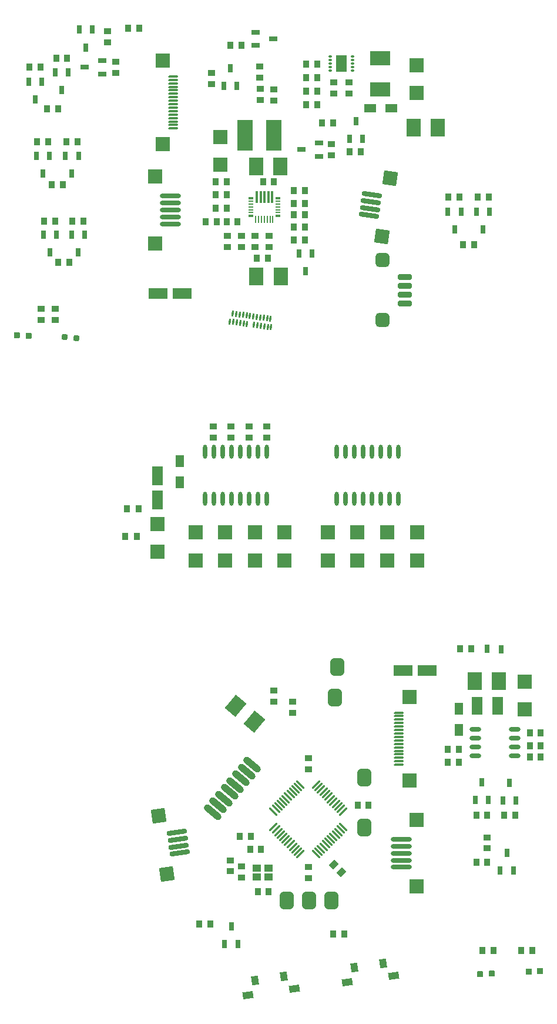
<source format=gbp>
G04 Layer_Color=128*
%FSLAX44Y44*%
%MOMM*%
G71*
G01*
G75*
%ADD10R,1.1000X0.9000*%
%ADD11R,0.9000X1.1000*%
%ADD14R,2.0000X2.5000*%
G04:AMPARAMS|DCode=18|XSize=0.3mm|YSize=1.7mm|CornerRadius=0mm|HoleSize=0mm|Usage=FLASHONLY|Rotation=135.000|XOffset=0mm|YOffset=0mm|HoleType=Round|Shape=Round|*
%AMOVALD18*
21,1,1.4000,0.3000,0.0000,0.0000,225.0*
1,1,0.3000,0.4950,0.4950*
1,1,0.3000,-0.4950,-0.4950*
%
%ADD18OVALD18*%

G04:AMPARAMS|DCode=19|XSize=0.3mm|YSize=1.7mm|CornerRadius=0mm|HoleSize=0mm|Usage=FLASHONLY|Rotation=45.000|XOffset=0mm|YOffset=0mm|HoleType=Round|Shape=Round|*
%AMOVALD19*
21,1,1.4000,0.3000,0.0000,0.0000,135.0*
1,1,0.3000,0.4950,-0.4950*
1,1,0.3000,-0.4950,0.4950*
%
%ADD19OVALD19*%

%ADD21R,0.7500X1.1500*%
%ADD22R,2.7500X1.5500*%
%ADD49R,1.3000X1.7000*%
%ADD50R,2.1500X2.1000*%
%ADD51R,1.5500X2.7500*%
%ADD52O,0.6000X2.0000*%
%ADD54P,1.1314X4X311.0*%
%ADD55P,1.1314X4X312.0*%
%ADD56R,2.2500X4.4000*%
%ADD57O,1.5240X0.3000*%
%ADD58R,2.0000X2.0000*%
G04:AMPARAMS|DCode=59|XSize=0.8mm|YSize=0.3mm|CornerRadius=0mm|HoleSize=0mm|Usage=FLASHONLY|Rotation=82.000|XOffset=0mm|YOffset=0mm|HoleType=Round|Shape=Rectangle|*
%AMROTATEDRECTD59*
4,1,4,0.0929,-0.4170,-0.2042,-0.3752,-0.0929,0.4170,0.2042,0.3752,0.0929,-0.4170,0.0*
%
%ADD59ROTATEDRECTD59*%

%ADD60R,1.1500X0.7500*%
%ADD61R,3.0000X2.0000*%
%ADD62R,1.5900X2.4000*%
%ADD63O,0.6500X0.3500*%
%ADD64R,0.3000X1.8000*%
%ADD65R,0.7000X0.2000*%
%ADD66R,0.7000X0.3000*%
%ADD67R,0.2000X1.0500*%
%ADD68R,1.7000X1.3000*%
G04:AMPARAMS|DCode=69|XSize=0.8mm|YSize=2mm|CornerRadius=0.2mm|HoleSize=0mm|Usage=FLASHONLY|Rotation=90.000|XOffset=0mm|YOffset=0mm|HoleType=Round|Shape=RoundedRectangle|*
%AMROUNDEDRECTD69*
21,1,0.8000,1.6000,0,0,90.0*
21,1,0.4000,2.0000,0,0,90.0*
1,1,0.4000,0.8000,0.2000*
1,1,0.4000,0.8000,-0.2000*
1,1,0.4000,-0.8000,-0.2000*
1,1,0.4000,-0.8000,0.2000*
%
%ADD69ROUNDEDRECTD69*%
G04:AMPARAMS|DCode=70|XSize=2mm|YSize=2mm|CornerRadius=0.5mm|HoleSize=0mm|Usage=FLASHONLY|Rotation=90.000|XOffset=0mm|YOffset=0mm|HoleType=Round|Shape=RoundedRectangle|*
%AMROUNDEDRECTD70*
21,1,2.0000,1.0000,0,0,90.0*
21,1,1.0000,2.0000,0,0,90.0*
1,1,1.0000,0.5000,0.5000*
1,1,1.0000,0.5000,-0.5000*
1,1,1.0000,-0.5000,-0.5000*
1,1,1.0000,-0.5000,0.5000*
%
%ADD70ROUNDEDRECTD70*%
%ADD71O,3.0000X0.7000*%
G04:AMPARAMS|DCode=72|XSize=0.7mm|YSize=3mm|CornerRadius=0mm|HoleSize=0mm|Usage=FLASHONLY|Rotation=262.000|XOffset=0mm|YOffset=0mm|HoleType=Round|Shape=Round|*
%AMOVALD72*
21,1,2.3000,0.7000,0.0000,0.0000,352.0*
1,1,0.7000,-1.1388,0.1600*
1,1,0.7000,1.1388,-0.1600*
%
%ADD72OVALD72*%

%ADD73P,2.8284X4X307.0*%
G04:AMPARAMS|DCode=77|XSize=2mm|YSize=2.5mm|CornerRadius=0mm|HoleSize=0mm|Usage=FLASHONLY|Rotation=140.000|XOffset=0mm|YOffset=0mm|HoleType=Round|Shape=Rectangle|*
%AMROTATEDRECTD77*
4,1,4,1.5695,0.3148,-0.0374,-1.6003,-1.5695,-0.3148,0.0374,1.6003,1.5695,0.3148,0.0*
%
%ADD77ROTATEDRECTD77*%

%ADD78O,1.7000X0.6000*%
%ADD79R,0.8000X1.2700*%
%ADD80R,1.5000X2.5000*%
G04:AMPARAMS|DCode=81|XSize=1mm|YSize=3mm|CornerRadius=0mm|HoleSize=0mm|Usage=FLASHONLY|Rotation=230.000|XOffset=0mm|YOffset=0mm|HoleType=Round|Shape=Round|*
%AMOVALD81*
21,1,2.0000,1.0000,0.0000,0.0000,320.0*
1,1,1.0000,-0.7660,0.6428*
1,1,1.0000,0.7660,-0.6428*
%
%ADD81OVALD81*%

G04:AMPARAMS|DCode=82|XSize=1mm|YSize=1.27mm|CornerRadius=0mm|HoleSize=0mm|Usage=FLASHONLY|Rotation=188.000|XOffset=0mm|YOffset=0mm|HoleType=Round|Shape=Rectangle|*
%AMROTATEDRECTD82*
4,1,4,0.4068,0.6984,0.5835,-0.5592,-0.4068,-0.6984,-0.5835,0.5592,0.4068,0.6984,0.0*
%
%ADD82ROTATEDRECTD82*%

G04:AMPARAMS|DCode=83|XSize=1mm|YSize=1.5mm|CornerRadius=0mm|HoleSize=0mm|Usage=FLASHONLY|Rotation=98.000|XOffset=0mm|YOffset=0mm|HoleType=Round|Shape=Rectangle|*
%AMROTATEDRECTD83*
4,1,4,0.8123,-0.3908,-0.6731,-0.5995,-0.8123,0.3908,0.6731,0.5995,0.8123,-0.3908,0.0*
%
%ADD83ROTATEDRECTD83*%

%ADD84R,1.2000X1.0000*%
G04:AMPARAMS|DCode=85|XSize=1.1mm|YSize=0.9mm|CornerRadius=0mm|HoleSize=0mm|Usage=FLASHONLY|Rotation=225.000|XOffset=0mm|YOffset=0mm|HoleType=Round|Shape=Rectangle|*
%AMROTATEDRECTD85*
4,1,4,0.0707,0.7071,0.7071,0.0707,-0.0707,-0.7071,-0.7071,-0.0707,0.0707,0.7071,0.0*
%
%ADD85ROTATEDRECTD85*%

G04:AMPARAMS|DCode=86|XSize=2mm|YSize=2.5mm|CornerRadius=0.5mm|HoleSize=0mm|Usage=FLASHONLY|Rotation=180.000|XOffset=0mm|YOffset=0mm|HoleType=Round|Shape=RoundedRectangle|*
%AMROUNDEDRECTD86*
21,1,2.0000,1.5000,0,0,180.0*
21,1,1.0000,2.5000,0,0,180.0*
1,1,1.0000,-0.5000,0.7500*
1,1,1.0000,0.5000,0.7500*
1,1,1.0000,0.5000,-0.7500*
1,1,1.0000,-0.5000,-0.7500*
%
%ADD86ROUNDEDRECTD86*%
%ADD87P,1.1314X4X137.0*%
%ADD88P,1.1314X4X138.0*%
G04:AMPARAMS|DCode=89|XSize=0.7mm|YSize=3mm|CornerRadius=0mm|HoleSize=0mm|Usage=FLASHONLY|Rotation=98.000|XOffset=0mm|YOffset=0mm|HoleType=Round|Shape=Round|*
%AMOVALD89*
21,1,2.3000,0.7000,0.0000,0.0000,188.0*
1,1,0.7000,1.1388,0.1600*
1,1,0.7000,-1.1388,-0.1600*
%
%ADD89OVALD89*%

%ADD90P,2.8284X4X143.0*%
D10*
X391827Y862007D02*
D03*
Y878007D02*
D03*
X416827Y862007D02*
D03*
Y878007D02*
D03*
X365827Y862007D02*
D03*
Y878007D02*
D03*
X339827Y862007D02*
D03*
Y878007D02*
D03*
X406847Y1379926D02*
D03*
X406847Y1395926D02*
D03*
X407347Y1347426D02*
D03*
Y1363426D02*
D03*
X337097Y1386676D02*
D03*
Y1370676D02*
D03*
X427097Y1347176D02*
D03*
Y1363176D02*
D03*
X510347Y1267926D02*
D03*
Y1283926D02*
D03*
X360347Y1136176D02*
D03*
Y1152176D02*
D03*
X112097Y1047176D02*
D03*
Y1031176D02*
D03*
X91847Y1047176D02*
D03*
Y1031176D02*
D03*
X380347Y1152176D02*
D03*
Y1136176D02*
D03*
X420347Y1152176D02*
D03*
Y1136176D02*
D03*
X400347Y1152176D02*
D03*
Y1136176D02*
D03*
X535347Y1356926D02*
D03*
Y1372926D02*
D03*
X513347D02*
D03*
Y1356926D02*
D03*
X187847Y1446426D02*
D03*
Y1430426D02*
D03*
X199097Y1402676D02*
D03*
Y1386676D02*
D03*
X364967Y237288D02*
D03*
Y253288D02*
D03*
X426967Y497288D02*
D03*
Y481288D02*
D03*
X734967Y286288D02*
D03*
Y270288D02*
D03*
X380967Y228288D02*
D03*
Y244288D02*
D03*
X476967Y227288D02*
D03*
Y243288D02*
D03*
Y400288D02*
D03*
Y384288D02*
D03*
X453967Y481288D02*
D03*
Y465288D02*
D03*
D11*
X232838Y759506D02*
D03*
X215317D02*
D03*
X230338Y719506D02*
D03*
X212817D02*
D03*
X101847Y1287676D02*
D03*
X85847D02*
D03*
X474097Y1341176D02*
D03*
X490097D02*
D03*
X474097Y1379676D02*
D03*
X490097D02*
D03*
X737097Y1207926D02*
D03*
X721097D02*
D03*
X695097D02*
D03*
X679097D02*
D03*
X700097Y1139676D02*
D03*
X716097D02*
D03*
X490097Y1360426D02*
D03*
X474097D02*
D03*
X490097Y1399176D02*
D03*
X474097D02*
D03*
X364597Y1426426D02*
D03*
X380597D02*
D03*
X536847Y1273426D02*
D03*
X552847D02*
D03*
X512347Y1314926D02*
D03*
X496347D02*
D03*
X129597Y1407676D02*
D03*
X113597D02*
D03*
X91347Y1395426D02*
D03*
X75347D02*
D03*
X100097Y1335176D02*
D03*
X116097D02*
D03*
X359097Y1191926D02*
D03*
X343097D02*
D03*
X153097Y1172926D02*
D03*
X137097D02*
D03*
X375097Y1172676D02*
D03*
X359097D02*
D03*
X112597Y1172926D02*
D03*
X96597D02*
D03*
X116347Y1113926D02*
D03*
X132347D02*
D03*
X343097Y1229926D02*
D03*
X359097D02*
D03*
Y1210926D02*
D03*
X343097D02*
D03*
X472097Y1146176D02*
D03*
X456097D02*
D03*
Y1164926D02*
D03*
X472097D02*
D03*
X144097Y1287676D02*
D03*
X128097D02*
D03*
X123597Y1225676D02*
D03*
X107597Y1225675D02*
D03*
X328847Y1172676D02*
D03*
X344847D02*
D03*
X472097Y1198926D02*
D03*
X456097D02*
D03*
X472097Y1182426D02*
D03*
X456097D02*
D03*
X418847Y1119926D02*
D03*
X402847D02*
D03*
X427597Y1230176D02*
D03*
X411597D02*
D03*
X456097Y1217176D02*
D03*
X472097D02*
D03*
X217097Y1451176D02*
D03*
X233097D02*
D03*
X695967Y557288D02*
D03*
X711967D02*
D03*
X799635Y123620D02*
D03*
X783635D02*
D03*
X727967Y123288D02*
D03*
X743967D02*
D03*
X718967Y250288D02*
D03*
X734967D02*
D03*
X718967Y318288D02*
D03*
X734967D02*
D03*
X758967D02*
D03*
X774967D02*
D03*
X795967Y436288D02*
D03*
X811967D02*
D03*
X811967Y418288D02*
D03*
X795967D02*
D03*
X811967Y402288D02*
D03*
X795967D02*
D03*
X319967Y161288D02*
D03*
X335967D02*
D03*
X693967Y413288D02*
D03*
X677967D02*
D03*
X677967Y394288D02*
D03*
X693967D02*
D03*
X392967Y269288D02*
D03*
X408967D02*
D03*
X563967Y332288D02*
D03*
X547967D02*
D03*
X403967Y208288D02*
D03*
X419967D02*
D03*
X377967Y287288D02*
D03*
X393967D02*
D03*
X528967Y147288D02*
D03*
X512967D02*
D03*
D14*
X437096Y1093426D02*
D03*
X402097Y1093426D02*
D03*
X628346Y1307927D02*
D03*
X663345Y1307926D02*
D03*
X436847Y1251675D02*
D03*
X401848D02*
D03*
X751467Y511287D02*
D03*
X716468Y511287D02*
D03*
D18*
X527171Y323602D02*
D03*
X523636Y327138D02*
D03*
X520100Y330673D02*
D03*
X516565Y334209D02*
D03*
X513029Y337744D02*
D03*
X509494Y341280D02*
D03*
X505958Y344815D02*
D03*
X502423Y348351D02*
D03*
X498887Y351886D02*
D03*
X495351Y355422D02*
D03*
X491816Y358957D02*
D03*
X488280Y362493D02*
D03*
X426762Y300975D02*
D03*
X430298Y297439D02*
D03*
X433833Y293904D02*
D03*
X437369Y290368D02*
D03*
X440904Y286833D02*
D03*
X444440Y283297D02*
D03*
X447975Y279761D02*
D03*
X451511Y276226D02*
D03*
X455047Y272690D02*
D03*
X458582Y269155D02*
D03*
X462118Y265619D02*
D03*
X465653Y262084D02*
D03*
D19*
X488280D02*
D03*
X491816Y265619D02*
D03*
X495351Y269155D02*
D03*
X498887Y272690D02*
D03*
X502423Y276226D02*
D03*
X505958Y279761D02*
D03*
X509494Y283297D02*
D03*
X513029Y286833D02*
D03*
X516565Y290368D02*
D03*
X520100Y293904D02*
D03*
X523636Y297439D02*
D03*
X527171Y300975D02*
D03*
X465653Y362493D02*
D03*
X462118Y358957D02*
D03*
X458582Y355422D02*
D03*
X455046Y351886D02*
D03*
X451511Y348351D02*
D03*
X447975Y344815D02*
D03*
X444440Y341280D02*
D03*
X440904Y337744D02*
D03*
X437369Y334209D02*
D03*
X433833Y330673D02*
D03*
X430298Y327138D02*
D03*
X426762Y323602D02*
D03*
D21*
X73847Y1373676D02*
D03*
X92847D02*
D03*
X83347Y1348176D02*
D03*
X95097Y1153676D02*
D03*
X114097D02*
D03*
X104597Y1128176D02*
D03*
X555347Y1291426D02*
D03*
X536347D02*
D03*
X545847Y1316926D02*
D03*
X719097Y1187176D02*
D03*
X738097D02*
D03*
X728597Y1161676D02*
D03*
X678097Y1187176D02*
D03*
X697097D02*
D03*
X687597Y1161676D02*
D03*
X374097Y1367676D02*
D03*
X355097D02*
D03*
X364597Y1393176D02*
D03*
X112097Y1387426D02*
D03*
X131097D02*
D03*
X121597Y1361926D02*
D03*
X135847Y1153676D02*
D03*
X154847D02*
D03*
X145347Y1128176D02*
D03*
X463597Y1126426D02*
D03*
X482597D02*
D03*
X473097Y1100926D02*
D03*
X85097Y1266926D02*
D03*
X104097D02*
D03*
X94597Y1241426D02*
D03*
X126847Y1266926D02*
D03*
X145847D02*
D03*
X136347Y1241426D02*
D03*
X156347Y1423426D02*
D03*
X165847Y1448926D02*
D03*
X146847D02*
D03*
X772467Y238538D02*
D03*
X753467D02*
D03*
X762967Y264038D02*
D03*
X776467Y339538D02*
D03*
X757467D02*
D03*
X766967Y365038D02*
D03*
X736467Y339788D02*
D03*
X717467D02*
D03*
X726967Y365288D02*
D03*
X375467Y132788D02*
D03*
X356467D02*
D03*
X365967Y158288D02*
D03*
D22*
X260847Y1069176D02*
D03*
X295347D02*
D03*
X613717Y526288D02*
D03*
X648217D02*
D03*
D49*
X291827Y797007D02*
D03*
Y827487D02*
D03*
X693967Y471768D02*
D03*
Y441288D02*
D03*
D50*
X259327Y697007D02*
D03*
Y737007D02*
D03*
X504827Y685007D02*
D03*
Y725007D02*
D03*
X547827Y685007D02*
D03*
Y725007D02*
D03*
X633827Y685007D02*
D03*
Y725007D02*
D03*
X590827Y685007D02*
D03*
Y725007D02*
D03*
X399827Y685007D02*
D03*
Y725007D02*
D03*
X314827Y685007D02*
D03*
Y725007D02*
D03*
X442327Y685007D02*
D03*
Y725007D02*
D03*
X357327Y685007D02*
D03*
Y725007D02*
D03*
X349847Y1294426D02*
D03*
X349847Y1254426D02*
D03*
X632597Y1357926D02*
D03*
X632597Y1397926D02*
D03*
X788967Y470288D02*
D03*
Y510288D02*
D03*
D51*
X259327Y772257D02*
D03*
Y806757D02*
D03*
D52*
X327877Y841507D02*
D03*
X340577D02*
D03*
X353277Y841507D02*
D03*
X365977Y841507D02*
D03*
X378677D02*
D03*
X391377Y841507D02*
D03*
X404077Y841507D02*
D03*
X416777D02*
D03*
X327877Y773507D02*
D03*
X340577Y773507D02*
D03*
X353277Y773507D02*
D03*
X365977D02*
D03*
X378677D02*
D03*
X391377D02*
D03*
X404077Y773507D02*
D03*
X416777Y773507D02*
D03*
X517877Y841507D02*
D03*
X530577Y841507D02*
D03*
X543277Y841507D02*
D03*
X555977Y841507D02*
D03*
X568677Y841507D02*
D03*
X581377D02*
D03*
X594077Y841507D02*
D03*
X606777Y841507D02*
D03*
X517877Y773507D02*
D03*
X530577Y773507D02*
D03*
X543277Y773507D02*
D03*
X555977D02*
D03*
X568677D02*
D03*
X581377D02*
D03*
X594077Y773507D02*
D03*
X606777Y773507D02*
D03*
D54*
X126137Y1006077D02*
D03*
X142597Y1004926D02*
D03*
D55*
X57473Y1008877D02*
D03*
X73951Y1008014D02*
D03*
D56*
X426847Y1296926D02*
D03*
X385347D02*
D03*
D57*
X282597Y1381676D02*
D03*
Y1376676D02*
D03*
Y1371676D02*
D03*
Y1366676D02*
D03*
Y1361676D02*
D03*
Y1356676D02*
D03*
Y1351676D02*
D03*
Y1346676D02*
D03*
Y1341676D02*
D03*
Y1336676D02*
D03*
Y1331676D02*
D03*
Y1326676D02*
D03*
Y1321676D02*
D03*
Y1316676D02*
D03*
Y1311676D02*
D03*
Y1306676D02*
D03*
X607467Y390788D02*
D03*
Y395788D02*
D03*
Y400788D02*
D03*
X607467Y405788D02*
D03*
Y410788D02*
D03*
Y415788D02*
D03*
X607467Y420788D02*
D03*
Y425788D02*
D03*
Y430788D02*
D03*
Y435788D02*
D03*
X607467Y440788D02*
D03*
Y445788D02*
D03*
X607467Y450788D02*
D03*
Y455788D02*
D03*
Y460788D02*
D03*
Y465788D02*
D03*
D58*
X267597Y1404176D02*
D03*
Y1284176D02*
D03*
X256597Y1141426D02*
D03*
Y1237426D02*
D03*
X632967Y215288D02*
D03*
Y311288D02*
D03*
X622467Y368288D02*
D03*
X622467Y488288D02*
D03*
D59*
X423329Y1020466D02*
D03*
X418377Y1021163D02*
D03*
X413426Y1021858D02*
D03*
X408474Y1022554D02*
D03*
X403523Y1023250D02*
D03*
X398572Y1023946D02*
D03*
X388669Y1025338D02*
D03*
X383718Y1026034D02*
D03*
X378767Y1026730D02*
D03*
X373815Y1027425D02*
D03*
X368864Y1028121D02*
D03*
X363912Y1028817D02*
D03*
X368058Y1040352D02*
D03*
X373009Y1039656D02*
D03*
X377961Y1038960D02*
D03*
X382912Y1038265D02*
D03*
X387863Y1037569D02*
D03*
X392815Y1036873D02*
D03*
X397766Y1036177D02*
D03*
X402718Y1035481D02*
D03*
X407669Y1034786D02*
D03*
X412620Y1034090D02*
D03*
X417571Y1033394D02*
D03*
X422523Y1032698D02*
D03*
D60*
X492347Y1285676D02*
D03*
Y1266676D02*
D03*
X466847Y1276176D02*
D03*
X400597Y1426426D02*
D03*
Y1445426D02*
D03*
X426097Y1435926D02*
D03*
X154347Y1394676D02*
D03*
X179847Y1385176D02*
D03*
Y1404176D02*
D03*
D61*
X580847Y1408176D02*
D03*
Y1363176D02*
D03*
D62*
X524597Y1399926D02*
D03*
D63*
X541097Y1389926D02*
D03*
X541097Y1394926D02*
D03*
Y1399926D02*
D03*
Y1404926D02*
D03*
X541097Y1409926D02*
D03*
X508097D02*
D03*
Y1404926D02*
D03*
Y1399926D02*
D03*
Y1394926D02*
D03*
Y1389926D02*
D03*
D64*
X424847Y1207676D02*
D03*
X419347Y1207676D02*
D03*
X402847Y1207676D02*
D03*
X408347Y1207676D02*
D03*
X413847Y1207676D02*
D03*
D65*
X433347Y1193676D02*
D03*
X433347Y1197676D02*
D03*
X433347Y1201676D02*
D03*
X394347D02*
D03*
Y1197676D02*
D03*
Y1193676D02*
D03*
X433347Y1189676D02*
D03*
Y1185676D02*
D03*
X394347Y1185676D02*
D03*
X394347Y1189676D02*
D03*
D66*
X433347Y1206676D02*
D03*
X394347D02*
D03*
X433347Y1180676D02*
D03*
X394347Y1180676D02*
D03*
D67*
X413847Y1175926D02*
D03*
X409597Y1176176D02*
D03*
X405347Y1176176D02*
D03*
X401347Y1176176D02*
D03*
X417847Y1175926D02*
D03*
X421847D02*
D03*
X425847D02*
D03*
D68*
X596337Y1335676D02*
D03*
X565857Y1335676D02*
D03*
D69*
X616347Y1092676D02*
D03*
Y1080176D02*
D03*
Y1067426D02*
D03*
Y1054676D02*
D03*
D70*
X583847Y1031176D02*
D03*
Y1117176D02*
D03*
D71*
X278597Y1209426D02*
D03*
Y1189426D02*
D03*
Y1169426D02*
D03*
Y1179426D02*
D03*
Y1199426D02*
D03*
X610967Y253288D02*
D03*
Y273288D02*
D03*
Y283288D02*
D03*
Y263288D02*
D03*
Y243288D02*
D03*
D72*
X564301Y1181497D02*
D03*
X567085Y1201302D02*
D03*
X568476Y1211205D02*
D03*
X565693Y1191400D02*
D03*
D73*
X582755Y1151133D02*
D03*
X594585Y1235306D02*
D03*
D77*
X399372Y453041D02*
D03*
X372561Y475538D02*
D03*
D78*
X774467Y441338D02*
D03*
Y428638D02*
D03*
Y415938D02*
D03*
Y403238D02*
D03*
X717467Y441338D02*
D03*
Y428638D02*
D03*
Y415938D02*
D03*
Y403238D02*
D03*
D79*
X734868Y557288D02*
D03*
X755068Y557287D02*
D03*
D80*
X719967Y475288D02*
D03*
X749967D02*
D03*
D81*
X396200Y390614D02*
D03*
X388037Y380886D02*
D03*
X379873Y371157D02*
D03*
X371710Y361428D02*
D03*
X363546Y351700D02*
D03*
X355383Y341971D02*
D03*
X347220Y332242D02*
D03*
X339056Y322513D02*
D03*
D82*
X441922Y86100D02*
D03*
X399836Y80185D02*
D03*
X584922Y105100D02*
D03*
X542836Y99185D02*
D03*
D83*
X457084Y68034D02*
D03*
X390241Y58640D02*
D03*
X600084Y87034D02*
D03*
X533241Y77640D02*
D03*
D84*
X419467Y228788D02*
D03*
X402467Y228788D02*
D03*
X419467Y241788D02*
D03*
X402467Y241788D02*
D03*
D85*
X524624Y235632D02*
D03*
X513310Y246945D02*
D03*
D86*
X557967Y300288D02*
D03*
Y372288D02*
D03*
X509967Y195288D02*
D03*
X477967D02*
D03*
X445967D02*
D03*
X518967Y531288D02*
D03*
X514967Y487288D02*
D03*
D87*
X794622Y93169D02*
D03*
X811111Y93745D02*
D03*
D88*
X724556Y89794D02*
D03*
X741034Y90658D02*
D03*
D89*
X287587Y293318D02*
D03*
X290371Y273512D02*
D03*
X291763Y263610D02*
D03*
X288979Y283415D02*
D03*
D90*
X261479Y317418D02*
D03*
X273309Y233246D02*
D03*
M02*

</source>
